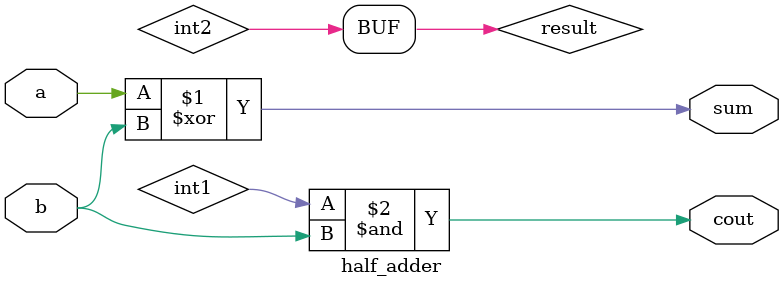
<source format=v>
module half_adder( 
input a, b,
output cout, sum );
wire int1, int2;

xor xor1(sum, a, b);
and a1(cout, int1, b);
and a2(int2, int1, sum);
or o1(result, int2);

endmodule

</source>
